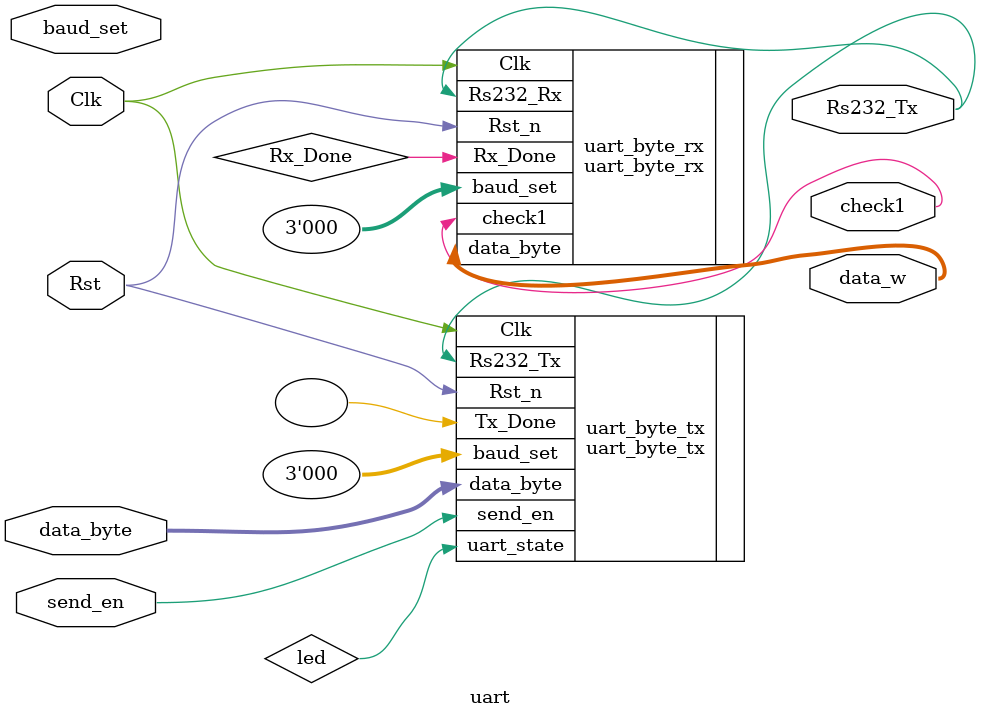
<source format=v>
module uart(
	Clk,		//50MHz
	Rst,		//复位信号
	data_byte,	//输入信号
	send_en,		//使能端,高脉冲启动
	baud_set,	//波特率设置端（9600/19200/...）
	
	Rs232_Tx,	//1输出
	data_w,	//2读入
	check1		//字符检查
);

input Clk;
input Rst;
input [7:0]data_byte;
input send_en;
input [2:0]baud_set;

output Rs232_Tx;
output [7:0]data_w;
output check1;

wire led;
wire Rx_Done;

	uart_byte_tx uart_byte_tx(
		.Clk(Clk),
		.Rst_n(Rst),
		.data_byte(data_byte),
		.send_en(send_en),
		.baud_set(3'd0),
		
		.Rs232_Tx(Rs232_Tx),
		.Tx_Done(),
		.uart_state(led)
	);
	

	uart_byte_rx uart_byte_rx(
		.Clk(Clk),
		.Rst_n(Rst),
		.baud_set(3'd0),
		.Rs232_Rx(Rs232_Tx),
		
		.data_byte(data_w),
		.check1(check1),
		.Rx_Done(Rx_Done)
	);
endmodule
</source>
